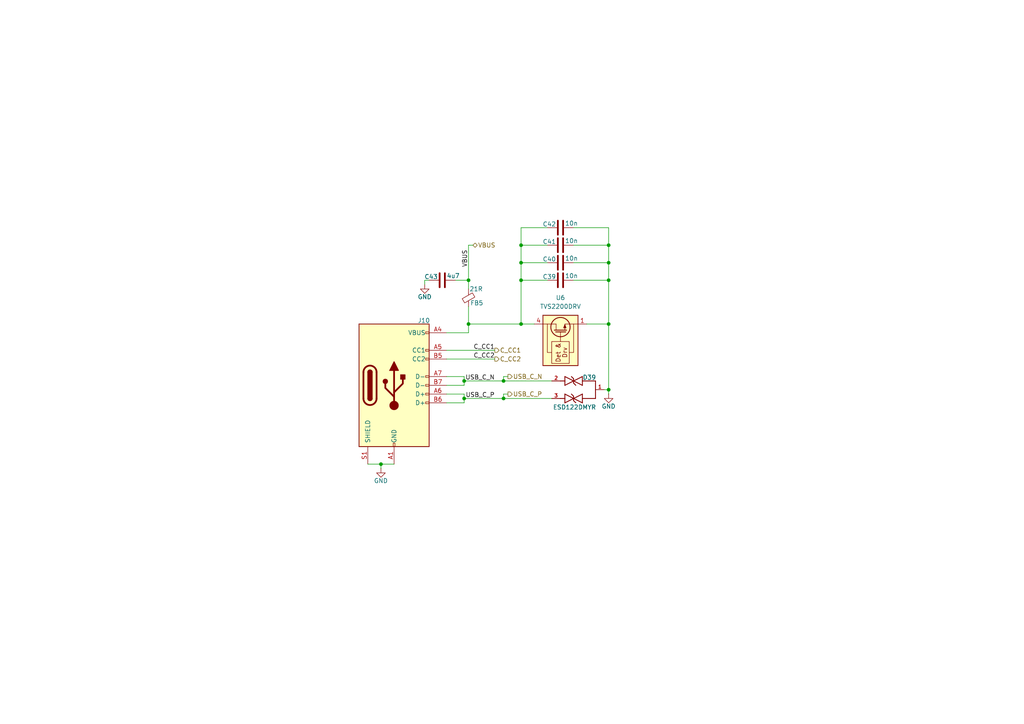
<source format=kicad_sch>
(kicad_sch (version 20250114) (generator "eeschema") (generator_version "9.0")
  (paper "A4")
  (lib_symbols
    (symbol "Connector:USB_C_Receptacle_USB2.0_14P" (pin_names (offset 1.016))
      (property "Reference" "J" (at 0 22.225 0))
      (property "Value" "USB_C_Receptacle_USB2.0_14P" (at 0 19.685 0))
      (symbol "USB_C_Receptacle_USB2.0_14P_0_0"
        (rectangle (start -0.254 -17.78) (end 0.254 -16.764))
        (rectangle (start 10.16 15.494) (end 9.144 14.986))
        (rectangle (start 10.16 10.414) (end 9.144 9.906))
        (rectangle (start 10.16 7.874) (end 9.144 7.366))
        (rectangle (start 10.16 2.794) (end 9.144 2.286))
        (rectangle (start 10.16 0.254) (end 9.144 -0.254))
        (rectangle (start 10.16 -2.286) (end 9.144 -2.794))
        (rectangle (start 10.16 -4.826) (end 9.144 -5.334))
      )
      (symbol "USB_C_Receptacle_USB2.0_14P_0_1"
        (rectangle (start -10.16 17.78) (end 10.16 -17.78) (stroke (width 0.254)) (fill (type background)))
        (polyline (pts (xy -8.89 -3.81) (xy -8.89 3.81)) (stroke (width 0.508)))
        (rectangle (start -7.62 -3.81) (end -6.35 3.81) (stroke (width 0.254)) (fill (type outline)))
        (arc (start -7.62 3.81) (mid -6.985 4.4423) (end -6.35 3.81) (stroke (width 0.254)))
        (arc (start -7.62 3.81) (mid -6.985 4.4423) (end -6.35 3.81) (stroke (width 0.254)) (fill (type outline)))
        (arc (start -8.89 3.81) (mid -6.985 5.7067) (end -5.08 3.81) (stroke (width 0.508)))
        (arc (start -5.08 -3.81) (mid -6.985 -5.7067) (end -8.89 -3.81) (stroke (width 0.508)))
        (arc (start -6.35 -3.81) (mid -6.985 -4.4423) (end -7.62 -3.81) (stroke (width 0.254)))
        (arc (start -6.35 -3.81) (mid -6.985 -4.4423) (end -7.62 -3.81) (stroke (width 0.254)) (fill (type outline)))
        (polyline (pts (xy -5.08 3.81) (xy -5.08 -3.81)) (stroke (width 0.508)))
        (circle (center -2.54 1.143) (radius 0.635) (stroke (width 0.254)) (fill (type outline)))
        (polyline (pts (xy -1.27 4.318) (xy 0 6.858) (xy 1.27 4.318) (xy -1.27 4.318)) (stroke (width 0.254)) (fill (type outline)))
        (polyline (pts (xy 0 -2.032) (xy 2.54 0.508) (xy 2.54 1.778)) (stroke (width 0.508)))
        (polyline (pts (xy 0 -3.302) (xy -2.54 -0.762) (xy -2.54 0.508)) (stroke (width 0.508)))
        (polyline (pts (xy 0 -5.842) (xy 0 4.318)) (stroke (width 0.508)))
        (circle (center 0 -5.842) (radius 1.27) (fill (type outline)))
        (rectangle (start 1.905 1.778) (end 3.175 3.048) (stroke (width 0.254)) (fill (type outline)))
      )
      (symbol "USB_C_Receptacle_USB2.0_14P_1_1"
        (pin passive line (at -7.62 -22.86 90) (length 5.08) (name "SHIELD") (number "S1"))
        (pin passive line (at 0 -22.86 90) (length 5.08) (name "GND") (number "A1"))
        (pin passive line (at 0 -22.86 90) (length 5.08) (hide yes) (name "GND") (number "A12"))
        (pin passive line (at 0 -22.86 90) (length 5.08) (hide yes) (name "GND") (number "B1"))
        (pin passive line (at 0 -22.86 90) (length 5.08) (hide yes) (name "GND") (number "B12"))
        (pin passive line (at 15.24 15.24 180) (length 5.08) (name "VBUS") (number "A4"))
        (pin passive line (at 15.24 15.24 180) (length 5.08) (hide yes) (name "VBUS") (number "A9"))
        (pin passive line (at 15.24 15.24 180) (length 5.08) (hide yes) (name "VBUS") (number "B4"))
        (pin passive line (at 15.24 15.24 180) (length 5.08) (hide yes) (name "VBUS") (number "B9"))
        (pin bidirectional line (at 15.24 10.16 180) (length 5.08) (name "CC1") (number "A5"))
        (pin bidirectional line (at 15.24 7.62 180) (length 5.08) (name "CC2") (number "B5"))
        (pin bidirectional line (at 15.24 2.54 180) (length 5.08) (name "D-") (number "A7"))
        (pin bidirectional line (at 15.24 0 180) (length 5.08) (name "D-") (number "B7"))
        (pin bidirectional line (at 15.24 -2.54 180) (length 5.08) (name "D+") (number "A6"))
        (pin bidirectional line (at 15.24 -5.08 180) (length 5.08) (name "D+") (number "B6"))
      )
    )
    (symbol "Device:C" (pin_numbers (hide yes)) (pin_names (offset 0.254))
      (property "Reference" "C" (at 0.635 2.54 0))
      (property "Value" "C" (at 0.635 -2.54 0))
      (symbol "C_0_1"
        (polyline (pts (xy -2.032 0.762) (xy 2.032 0.762)) (stroke (width 0.508)))
        (polyline (pts (xy -2.032 -0.762) (xy 2.032 -0.762)) (stroke (width 0.508)))
      )
      (symbol "C_1_1"
        (pin passive line (at 0 3.81 270) (length 2.794) (name "~") (number "1"))
        (pin passive line (at 0 -3.81 90) (length 2.794) (name "~") (number "2"))
      )
    )
    (symbol "Device:FerriteBead_Small" (pin_numbers (hide yes)) (pin_names (offset 0))
      (property "Reference" "FB" (at 1.905 1.27 0))
      (property "Value" "FerriteBead_Small" (at 1.905 -1.27 0))
      (symbol "FerriteBead_Small_0_1"
        (polyline (pts (xy -1.8288 0.2794) (xy -1.1176 1.4986) (xy 1.8288 -0.2032) (xy 1.1176 -1.4224) (xy -1.8288 0.2794)))
        (polyline (pts (xy 0 0.889) (xy 0 1.2954)))
        (polyline (pts (xy 0 -1.27) (xy 0 -0.7874)))
      )
      (symbol "FerriteBead_Small_1_1"
        (pin passive line (at 0 2.54 270) (length 1.27) (name "~") (number "1"))
        (pin passive line (at 0 -2.54 90) (length 1.27) (name "~") (number "2"))
      )
    )
    (symbol "ESD122:ESD122DMYR" (pin_names (offset 1.016))
      (property "Reference" "D" (at -7.62 5.08 0))
      (property "Value" "ESD122DMYR" (at -7.62 -7.62 0))
      (symbol "ESD122DMYR_0_0"
        (polyline (pts (xy -5.08 2.54) (xy -3.81 2.54)) (stroke (width 0.254)))
        (polyline (pts (xy -5.08 -2.54) (xy -3.81 -2.54)) (stroke (width 0.254)))
        (polyline (pts (xy -3.81 3.81) (xy -3.81 2.54)) (stroke (width 0.254)))
        (polyline (pts (xy -3.81 2.54) (xy -3.81 1.27)) (stroke (width 0.254)))
        (polyline (pts (xy -3.81 1.27) (xy -1.27 2.54)) (stroke (width 0.254)))
        (polyline (pts (xy -3.81 -1.27) (xy -3.81 -2.54)) (stroke (width 0.254)))
        (polyline (pts (xy -3.81 -2.54) (xy -3.81 -3.81)) (stroke (width 0.254)))
        (polyline (pts (xy -3.81 -3.81) (xy -1.27 -2.54)) (stroke (width 0.254)))
        (polyline (pts (xy -1.27 3.175) (xy -1.905 3.81)) (stroke (width 0.254)))
        (polyline (pts (xy -1.27 2.54) (xy -3.81 3.81)) (stroke (width 0.254)))
        (polyline (pts (xy -1.27 2.54) (xy -1.27 3.175)) (stroke (width 0.254)))
        (polyline (pts (xy -1.27 2.54) (xy 1.27 1.27)) (stroke (width 0.254)))
        (polyline (pts (xy -1.27 1.905) (xy -1.27 2.54)) (stroke (width 0.254)))
        (polyline (pts (xy -1.27 -1.905) (xy -1.905 -1.27)) (stroke (width 0.254)))
        (polyline (pts (xy -1.27 -2.54) (xy -3.81 -1.27)) (stroke (width 0.254)))
        (polyline (pts (xy -1.27 -2.54) (xy -1.27 -1.905)) (stroke (width 0.254)))
        (polyline (pts (xy -1.27 -2.54) (xy 1.27 -3.81)) (stroke (width 0.254)))
        (polyline (pts (xy -1.27 -3.175) (xy -1.27 -2.54)) (stroke (width 0.254)))
        (polyline (pts (xy -0.635 1.27) (xy -1.27 1.905)) (stroke (width 0.254)))
        (polyline (pts (xy -0.635 -3.81) (xy -1.27 -3.175)) (stroke (width 0.254)))
        (polyline (pts (xy 1.27 3.81) (xy -1.27 2.54)) (stroke (width 0.254)))
        (polyline (pts (xy 1.27 2.54) (xy 1.27 3.81)) (stroke (width 0.254)))
        (polyline (pts (xy 1.27 2.54) (xy 5.08 2.54)) (stroke (width 0.254)))
        (polyline (pts (xy 1.27 1.27) (xy 1.27 2.54)) (stroke (width 0.254)))
        (polyline (pts (xy 1.27 -1.27) (xy -1.27 -2.54)) (stroke (width 0.254)))
        (polyline (pts (xy 1.27 -2.54) (xy 1.27 -1.27)) (stroke (width 0.254)))
        (polyline (pts (xy 1.27 -3.81) (xy 1.27 -2.54)) (stroke (width 0.254)))
        (polyline (pts (xy 5.08 -2.54) (xy 1.27 -2.54)) (stroke (width 0.254)))
        (rectangle (start 5.08 -2.54) (end 5.08 2.54) (stroke (width 0.254)) (fill (type background)))
        (pin passive line (at -7.62 2.54 0) (length 2.54) (name "~") (number "2"))
        (pin passive line (at -7.62 -2.54 0) (length 2.54) (name "~") (number "3"))
        (pin power_in line (at 7.62 0 180) (length 2.54) (name "~") (number "1"))
      )
    )
    (symbol "Power_Protection:TVS2200DRV" (pin_names (offset 0) (hide yes))
      (property "Reference" "U" (at 2.54 1.27 0))
      (property "Value" "TVS2200DRV" (at 2.54 -1.27 0))
      (symbol "TVS2200DRV_0_0"
        (rectangle (start -11.43 2.54) (end -5.08 -2.54))
        (polyline (pts (xy -8.255 2.54) (xy -8.255 3.81) (xy 0 3.81)))
        (polyline (pts (xy -8.255 -2.54) (xy -8.255 -3.81) (xy 0 -3.81)))
        (polyline (pts (xy 0 1.27) (xy -1.778 1.27)))
        (text "Det &" (at -8.255 0.635 0) (effects (font (size 1.27 1.27))))
        (text "Drv" (at -8.255 -1.27 0) (effects (font (size 1.27 1.27))))
      )
      (symbol "TVS2200DRV_0_1"
        (rectangle (start -12.065 5.08) (end 2.54 -5.08) (stroke (width 0.254)) (fill (type background)))
        (polyline (pts (xy -2.286 1.397) (xy -2.286 -1.524)) (stroke (width 0.254)))
        (polyline (pts (xy -2.286 0) (xy -5.08 0)))
        (polyline (pts (xy -1.778 1.778) (xy -1.778 -1.778)) (stroke (width 0.254)))
        (circle (center -0.889 0) (radius 2.794) (stroke (width 0.254)))
        (polyline (pts (xy -0.127 -1.27) (xy -1.143 -1.651) (xy -1.143 -0.889) (xy -0.127 -1.27)) (fill (type outline)))
        (polyline (pts (xy 0 5.08) (xy 0 2.54)))
        (polyline (pts (xy 0 2.54) (xy 0 1.27)))
        (polyline (pts (xy 0 -2.54) (xy 0 -5.08)))
        (polyline (pts (xy 0 -2.54) (xy 0 -1.27) (xy -1.778 -1.27)))
      )
      (symbol "TVS2200DRV_1_1"
        (pin passive line (at 0 7.62 270) (length 2.54) (name "IN") (number "4"))
        (pin passive line (at 0 7.62 270) (length 2.54) (hide yes) (name "IN") (number "5"))
        (pin passive line (at 0 7.62 270) (length 2.54) (hide yes) (name "IN") (number "6"))
        (pin power_in line (at 0 -7.62 90) (length 2.54) (name "GND") (number "1"))
        (pin passive line (at 0 -7.62 90) (length 2.54) (hide yes) (name "GND") (number "2"))
        (pin passive line (at 0 -7.62 90) (length 2.54) (hide yes) (name "GND") (number "3"))
        (pin passive line (at 0 -7.62 90) (length 2.54) (hide yes) (name "GND") (number "7"))
      )
    )
    (symbol "power:GND" (power) (pin_numbers (hide yes)) (pin_names (offset 0) (hide yes))
      (property "Value" "GND" (at 0 -3.81 0))
      (symbol "GND_0_1"
        (polyline (pts (xy 0 0) (xy 0 -1.27) (xy 1.27 -1.27) (xy 0 -2.54) (xy -1.27 -1.27) (xy 0 -1.27)))
      )
      (symbol "GND_1_1"
        (pin power_in line (at 0 0 270) (length 0) (name "~") (number "1"))
      )
    )
  )
  (junction (at 146.05 115.57))
  (junction (at 176.53 76.2))
  (junction (at 134.62 110.49))
  (junction (at 176.53 71.12))
  (junction (at 146.05 110.49))
  (junction (at 151.13 76.2))
  (junction (at 176.53 81.28))
  (junction (at 135.89 93.98))
  (junction (at 151.13 71.12))
  (junction (at 151.13 93.98))
  (junction (at 151.13 81.28))
  (junction (at 134.62 115.57))
  (junction (at 110.49 134.62))
  (junction (at 176.53 93.98))
  (junction (at 135.89 81.28))
  (junction (at 176.53 113.03))
  (wire (pts (xy 134.62 115.57) (xy 146.05 115.57)))
  (wire (pts (xy 146.05 109.22) (xy 146.05 110.49)))
  (wire (pts (xy 135.89 88.9) (xy 135.89 93.98)))
  (wire (pts (xy 134.62 109.22) (xy 134.62 110.49)))
  (wire (pts (xy 129.54 104.14) (xy 143.51 104.14)))
  (wire (pts (xy 176.53 93.98) (xy 176.53 113.03)))
  (wire (pts (xy 132.08 81.28) (xy 135.89 81.28)))
  (wire (pts (xy 176.53 66.04) (xy 176.53 71.12)))
  (wire (pts (xy 151.13 71.12) (xy 158.75 71.12)))
  (wire (pts (xy 176.53 71.12) (xy 176.53 76.2)))
  (wire (pts (xy 129.54 109.22) (xy 134.62 109.22)))
  (wire (pts (xy 151.13 76.2) (xy 158.75 76.2)))
  (wire (pts (xy 134.62 115.57) (xy 134.62 116.84)))
  (wire (pts (xy 166.37 66.04) (xy 176.53 66.04)))
  (wire (pts (xy 176.53 114.3) (xy 176.53 113.03)))
  (wire (pts (xy 123.19 81.28) (xy 124.46 81.28)))
  (wire (pts (xy 151.13 81.28) (xy 151.13 93.98)))
  (wire (pts (xy 137.16 71.12) (xy 135.89 71.12)))
  (wire (pts (xy 134.62 110.49) (xy 146.05 110.49)))
  (wire (pts (xy 176.53 76.2) (xy 176.53 81.28)))
  (wire (pts (xy 166.37 71.12) (xy 176.53 71.12)))
  (wire (pts (xy 151.13 81.28) (xy 158.75 81.28)))
  (wire (pts (xy 151.13 71.12) (xy 151.13 76.2)))
  (wire (pts (xy 129.54 96.52) (xy 135.89 96.52)))
  (wire (pts (xy 147.32 114.3) (xy 146.05 114.3)))
  (wire (pts (xy 146.05 115.57) (xy 160.02 115.57)))
  (wire (pts (xy 129.54 101.6) (xy 143.51 101.6)))
  (wire (pts (xy 175.26 113.03) (xy 176.53 113.03)))
  (wire (pts (xy 158.75 66.04) (xy 151.13 66.04)))
  (wire (pts (xy 151.13 93.98) (xy 154.94 93.98)))
  (wire (pts (xy 110.49 134.62) (xy 114.3 134.62)))
  (wire (pts (xy 166.37 76.2) (xy 176.53 76.2)))
  (wire (pts (xy 151.13 66.04) (xy 151.13 71.12)))
  (wire (pts (xy 135.89 93.98) (xy 135.89 96.52)))
  (wire (pts (xy 134.62 114.3) (xy 134.62 115.57)))
  (wire (pts (xy 147.32 109.22) (xy 146.05 109.22)))
  (wire (pts (xy 134.62 110.49) (xy 134.62 111.76)))
  (wire (pts (xy 170.18 93.98) (xy 176.53 93.98)))
  (wire (pts (xy 106.68 134.62) (xy 110.49 134.62)))
  (wire (pts (xy 129.54 111.76) (xy 134.62 111.76)))
  (wire (pts (xy 129.54 114.3) (xy 134.62 114.3)))
  (wire (pts (xy 123.19 82.55) (xy 123.19 81.28)))
  (wire (pts (xy 135.89 93.98) (xy 151.13 93.98)))
  (wire (pts (xy 146.05 114.3) (xy 146.05 115.57)))
  (wire (pts (xy 129.54 116.84) (xy 134.62 116.84)))
  (wire (pts (xy 166.37 81.28) (xy 176.53 81.28)))
  (wire (pts (xy 135.89 71.12) (xy 135.89 81.28)))
  (wire (pts (xy 146.05 110.49) (xy 160.02 110.49)))
  (wire (pts (xy 176.53 81.28) (xy 176.53 93.98)))
  (wire (pts (xy 151.13 76.2) (xy 151.13 81.28)))
  (wire (pts (xy 110.49 134.62) (xy 110.49 135.89)))
  (wire (pts (xy 135.89 81.28) (xy 135.89 83.82)))
  (label "VBUS" (at 135.89 72.39 270))
  (label "USB_C_P" (at 143.51 115.57 180) (effects (font (thickness 0.1588))))
  (label "C_CC2" (at 143.51 104.14 180))
  (label "USB_C_N" (at 143.51 110.49 180) (effects (font (thickness 0.1588))))
  (label "C_CC1" (at 143.51 101.6 180))
  (hierarchical_label "C_CC1" (shape output) (at 143.51 101.6 0))
  (hierarchical_label "USB_C_N" (shape output) (at 147.32 109.22 0))
  (hierarchical_label "C_CC2" (shape output) (at 143.51 104.14 0))
  (hierarchical_label "USB_C_P" (shape output) (at 147.32 114.3 0))
  (hierarchical_label "VBUS" (shape bidirectional) (at 137.16 71.12 0))
  (symbol (lib_id "Device:C") (at 162.56 71.12 90) (unit 1)
    (property "Reference" "C41" (at 161.29 70.104 90) (effects (justify left)))
    (property "Value" "10n" (at 167.64 69.85 90) (effects (justify left)))
    (property "Description" "Unpolarized capacitor" (effects (hide yes)))
  )
  (symbol (lib_id "Device:C") (at 162.56 76.2 90) (unit 1)
    (property "Reference" "C40" (at 161.29 75.184 90) (effects (justify left)))
    (property "Value" "10n" (at 167.64 74.93 90) (effects (justify left)))
    (property "Description" "Unpolarized capacitor" (effects (hide yes)))
  )
  (symbol (lib_id "power:GND") (at 110.49 135.89 0) (unit 1)
    (property "Reference" "#PWR028" (effects (hide yes)))
    (property "Value" "GND" (at 112.522 139.446 0) (effects (justify right)))
    (property "Description" "Power symbol creates a global label with name \"GND\" , ground" (effects (hide yes)))
  )
  (symbol (lib_id "Device:FerriteBead_Small") (at 135.89 86.36 0) (mirror x) (unit 1)
    (property "Reference" "FB5" (at 136.398 87.884 0) (effects (justify left)))
    (property "Value" "21R" (at 136.144 83.82 0) (effects (justify left)))
    (property "Description" "Ferrite bead, small symbol" (effects (hide yes)))
  )
  (symbol (lib_id "power:GND") (at 176.53 114.3 0) (unit 1)
    (property "Reference" "#PWR029" (effects (hide yes)))
    (property "Value" "GND" (at 178.562 117.856 0) (effects (justify right)))
    (property "Description" "Power symbol creates a global label with name \"GND\" , ground" (effects (hide yes)))
  )
  (symbol (lib_id "Power_Protection:TVS2200DRV") (at 162.56 93.98 90) (unit 1)
    (property "Reference" "U6" (at 162.56 86.36 90))
    (property "Value" "TVS2200DRV" (at 162.56 88.9 90))
    (property "Footprint" "Package_SON:WSON-6-1EP_2x2mm_P0.65mm_EP1x1.6mm" (effects (hide yes)))
    (property "Datasheet" "http://www.ti.com/lit/ds/symlink/tvs2200.pdf" (effects (hide yes)))
    (property "Description" "Flat-Clamp Surge Protection Device. 22Vrwm, WSON-6" (effects (hide yes)))
  )
  (symbol (lib_id "Connector:USB_C_Receptacle_USB2.0_14P") (at 114.3 111.76 0) (unit 1)
    (property "Reference" "J10" (at 122.936 92.964 0))
    (property "Value" "USB_C_Receptacle_USB2.0_14P" (effects (hide yes)))
    (property "Datasheet" "https://www.usb.org/sites/default/files/documents/usb_type-c.zip" (effects (hide yes)))
    (property "Description" "USB 2.0-only 14P Type-C Receptacle connector" (effects (hide yes)))
  )
  (symbol (lib_id "Device:C") (at 162.56 81.28 90) (unit 1)
    (property "Reference" "C39" (at 161.29 80.264 90) (effects (justify left)))
    (property "Value" "10n" (at 167.64 80.01 90) (effects (justify left)))
    (property "Description" "Unpolarized capacitor" (effects (hide yes)))
  )
  (symbol (lib_id "ESD122:ESD122DMYR") (at 167.64 113.03 0) (unit 1)
    (property "Reference" "D39" (at 170.942 109.474 0))
    (property "Value" "ESD122DMYR" (at 166.624 118.11 0))
    (property "Footprint" "ESD122DMYR:DIO_ESD122DMYR" (effects (hide yes)))
    (property "MF" "Texas Instruments" (effects (hide yes)))
    (property "SNAPEDA_PACKAGE_ID" "103746" (effects (hide yes)))
    (property "Package" "X2SON-3 Texas Instruments" (effects (hide yes)))
    (property "Price" "None" (effects (hide yes)))
    (property "Check_prices" "https://www.snapeda.com/parts/ESD122DMYR/Texas+Instruments/view-part/?ref=eda" (effects (hide yes)))
    (property "STANDARD" "Manufacturer Recommendations" (effects (hide yes)))
    (property "PARTREV" "A" (effects (hide yes)))
    (property "SnapEDA_Link" "https://www.snapeda.com/parts/ESD122DMYR/Texas+Instruments/view-part/?ref=snap" (effects (hide yes)))
    (property "MP" "ESD122DMYR" (effects (hide yes)))
    (property "Description_1" "Dual 0.2-pF, ±3.6-V, ±17-kV ESD protection diode for USB Type-C and HDMI 2.0" (effects (hide yes)))
    (property "MANUFACTURER" "Texas Instruments" (effects (hide yes)))
    (property "Availability" "In Stock" (effects (hide yes)))
    (property "MAXIMUM_PACKAGE_HEIGHT" "0.4 mm" (effects (hide yes)))
  )
  (symbol (lib_id "Device:C") (at 162.56 66.04 90) (unit 1)
    (property "Reference" "C42" (at 161.29 65.024 90) (effects (justify left)))
    (property "Value" "10n" (at 167.64 64.77 90) (effects (justify left)))
    (property "Description" "Unpolarized capacitor" (effects (hide yes)))
  )
  (symbol (lib_id "Device:C") (at 128.27 81.28 90) (unit 1)
    (property "Reference" "C43" (at 127 80.264 90) (effects (justify left)))
    (property "Value" "4u7" (at 133.35 80.01 90) (effects (justify left)))
    (property "Description" "Unpolarized capacitor" (effects (hide yes)))
  )
  (symbol (lib_id "power:GND") (at 123.19 82.55 0) (unit 1)
    (property "Reference" "#PWR030" (effects (hide yes)))
    (property "Value" "GND" (at 125.222 86.106 0) (effects (justify right)))
    (property "Description" "Power symbol creates a global label with name \"GND\" , ground" (effects (hide yes)))
  )
)
</source>
